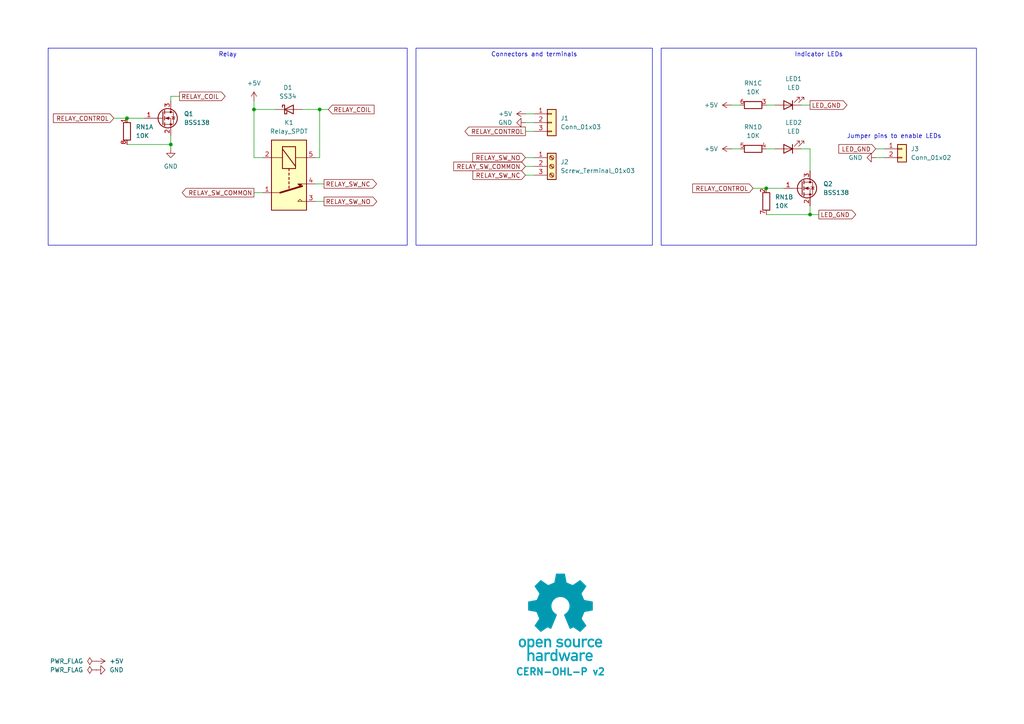
<source format=kicad_sch>
(kicad_sch (version 20231120) (generator "eeschema") (generator_version "8.0")
  (paper "A4")
  (lib_symbols
    (symbol "Connector:Screw_Terminal_01x03" (pin_names (offset 1.016) hide)
      (property "Reference" "J" (at 0 5.08 0))
      (property "Value" "Screw_Terminal_01x03" (at 0 -5.08 0))
      (symbol "Screw_Terminal_01x03_1_1"
        (rectangle (start -1.27 3.81) (end 1.27 -3.81) (stroke (width 0.254)) (fill (type background)))
        (circle (center 0 -2.54) (radius 0.635) (stroke (width 0.1524)))
        (polyline (pts (xy -0.5334 -2.2098) (xy 0.3302 -3.048)) (stroke (width 0.1524)))
        (polyline (pts (xy -0.5334 0.3302) (xy 0.3302 -0.508)) (stroke (width 0.1524)))
        (polyline (pts (xy -0.5334 2.8702) (xy 0.3302 2.032)) (stroke (width 0.1524)))
        (polyline (pts (xy -0.3556 -2.032) (xy 0.508 -2.8702)) (stroke (width 0.1524)))
        (polyline (pts (xy -0.3556 0.508) (xy 0.508 -0.3302)) (stroke (width 0.1524)))
        (polyline (pts (xy -0.3556 3.048) (xy 0.508 2.2098)) (stroke (width 0.1524)))
        (circle (center 0 0) (radius 0.635) (stroke (width 0.1524)))
        (circle (center 0 2.54) (radius 0.635) (stroke (width 0.1524)))
        (pin passive line (at -5.08 2.54 0) (length 3.81) (name "Pin_1") (number "1"))
        (pin passive line (at -5.08 0 0) (length 3.81) (name "Pin_2") (number "2"))
        (pin passive line (at -5.08 -2.54 0) (length 3.81) (name "Pin_3") (number "3"))
      )
    )
    (symbol "Connector_Generic:Conn_01x02" (pin_names (offset 1.016) hide)
      (property "Reference" "J" (at 0 2.54 0))
      (property "Value" "Conn_01x02" (at 0 -5.08 0))
      (symbol "Conn_01x02_1_1"
        (rectangle (start -1.27 -2.413) (end 0 -2.667) (stroke (width 0.1524)))
        (rectangle (start -1.27 0.127) (end 0 -0.127) (stroke (width 0.1524)))
        (rectangle (start -1.27 1.27) (end 1.27 -3.81) (stroke (width 0.254)) (fill (type background)))
        (pin passive line (at -5.08 0 0) (length 3.81) (name "Pin_1") (number "1"))
        (pin passive line (at -5.08 -2.54 0) (length 3.81) (name "Pin_2") (number "2"))
      )
    )
    (symbol "Connector_Generic:Conn_01x03" (pin_names (offset 1.016) hide)
      (property "Reference" "J" (at 0 5.08 0))
      (property "Value" "Conn_01x03" (at 0 -5.08 0))
      (symbol "Conn_01x03_1_1"
        (rectangle (start -1.27 -2.413) (end 0 -2.667) (stroke (width 0.1524)))
        (rectangle (start -1.27 0.127) (end 0 -0.127) (stroke (width 0.1524)))
        (rectangle (start -1.27 2.667) (end 0 2.413) (stroke (width 0.1524)))
        (rectangle (start -1.27 3.81) (end 1.27 -3.81) (stroke (width 0.254)) (fill (type background)))
        (pin passive line (at -5.08 2.54 0) (length 3.81) (name "Pin_1") (number "1"))
        (pin passive line (at -5.08 0 0) (length 3.81) (name "Pin_2") (number "2"))
        (pin passive line (at -5.08 -2.54 0) (length 3.81) (name "Pin_3") (number "3"))
      )
    )
    (symbol "Device:LED" (pin_numbers hide) (pin_names (offset 1.016) hide)
      (property "Reference" "D" (at 0 2.54 0))
      (property "Value" "LED" (at 0 -2.54 0))
      (symbol "LED_0_1"
        (polyline (pts (xy -1.27 -1.27) (xy -1.27 1.27)) (stroke (width 0.254)))
        (polyline (pts (xy -1.27 0) (xy 1.27 0)))
        (polyline (pts (xy 1.27 -1.27) (xy 1.27 1.27) (xy -1.27 0) (xy 1.27 -1.27)) (stroke (width 0.254)))
        (polyline (pts (xy -3.048 -0.762) (xy -4.572 -2.286) (xy -3.81 -2.286) (xy -4.572 -2.286) (xy -4.572 -1.524)))
        (polyline (pts (xy -1.778 -0.762) (xy -3.302 -2.286) (xy -2.54 -2.286) (xy -3.302 -2.286) (xy -3.302 -1.524)))
      )
      (symbol "LED_1_1"
        (pin passive line (at -3.81 0 0) (length 2.54) (name "K") (number "1"))
        (pin passive line (at 3.81 0 180) (length 2.54) (name "A") (number "2"))
      )
    )
    (symbol "Device:R_Pack04_Split" (pin_names (offset 0) hide)
      (property "Reference" "RN" (at 2.032 0 90))
      (property "Value" "R_Pack04_Split" (at 0 0 90))
      (symbol "R_Pack04_Split_0_1"
        (rectangle (start 1.016 2.54) (end -1.016 -2.54) (stroke (width 0.254)))
      )
      (symbol "R_Pack04_Split_1_1"
        (pin passive line (at 0 -3.81 90) (length 1.27) (name "R1.1") (number "1"))
        (pin passive line (at 0 3.81 270) (length 1.27) (name "R1.2") (number "8"))
      )
      (symbol "R_Pack04_Split_2_1"
        (pin passive line (at 0 -3.81 90) (length 1.27) (name "R2.1") (number "2"))
        (pin passive line (at 0 3.81 270) (length 1.27) (name "R2.2") (number "7"))
      )
      (symbol "R_Pack04_Split_3_1"
        (pin passive line (at 0 -3.81 90) (length 1.27) (name "R3.1") (number "3"))
        (pin passive line (at 0 3.81 270) (length 1.27) (name "R3.2") (number "6"))
      )
      (symbol "R_Pack04_Split_4_1"
        (pin passive line (at 0 -3.81 90) (length 1.27) (name "R4.1") (number "4"))
        (pin passive line (at 0 3.81 270) (length 1.27) (name "R4.2") (number "5"))
      )
    )
    (symbol "Diode:SS34" (pin_numbers hide) (pin_names (offset 1.016) hide)
      (property "Reference" "D" (at 0 2.54 0))
      (property "Value" "SS34" (at 0 -2.54 0))
      (symbol "SS34_0_1"
        (polyline (pts (xy 1.27 0) (xy -1.27 0)))
        (polyline (pts (xy 1.27 1.27) (xy 1.27 -1.27) (xy -1.27 0) (xy 1.27 1.27)) (stroke (width 0.254)))
        (polyline (pts (xy -1.905 0.635) (xy -1.905 1.27) (xy -1.27 1.27) (xy -1.27 -1.27) (xy -0.635 -1.27) (xy -0.635 -0.635)) (stroke (width 0.254)))
      )
      (symbol "SS34_1_1"
        (pin passive line (at -3.81 0 0) (length 2.54) (name "K") (number "1"))
        (pin passive line (at 3.81 0 180) (length 2.54) (name "A") (number "2"))
      )
    )
    (symbol "Relay:SANYOU_SRD_Form_C"
      (property "Reference" "K" (at 11.43 3.81 0))
      (property "Value" "SANYOU_SRD_Form_C" (at 11.43 1.27 0))
      (symbol "SANYOU_SRD_Form_C_0_0"
        (polyline (pts (xy 7.62 5.08) (xy 7.62 2.54) (xy 6.985 3.175) (xy 7.62 3.81)))
      )
      (symbol "SANYOU_SRD_Form_C_0_1"
        (rectangle (start -10.16 5.08) (end 10.16 -5.08) (stroke (width 0.254)) (fill (type background)))
        (rectangle (start -8.255 1.905) (end -1.905 -1.905) (stroke (width 0.254)))
        (polyline (pts (xy -7.62 -1.905) (xy -2.54 1.905)) (stroke (width 0.254)))
        (polyline (pts (xy -5.08 -5.08) (xy -5.08 -1.905)))
        (polyline (pts (xy -5.08 5.08) (xy -5.08 1.905)))
        (polyline (pts (xy -1.905 0) (xy -1.27 0)) (stroke (width 0.254)))
        (polyline (pts (xy -0.635 0) (xy 0 0)) (stroke (width 0.254)))
        (polyline (pts (xy 0.635 0) (xy 1.27 0)) (stroke (width 0.254)))
        (polyline (pts (xy 1.905 0) (xy 2.54 0)) (stroke (width 0.254)))
        (polyline (pts (xy 3.175 0) (xy 3.81 0)) (stroke (width 0.254)))
        (polyline (pts (xy 5.08 -2.54) (xy 3.175 3.81)) (stroke (width 0.508)))
        (polyline (pts (xy 5.08 -2.54) (xy 5.08 -5.08)))
      )
      (symbol "SANYOU_SRD_Form_C_1_1"
        (polyline (pts (xy 2.54 3.81) (xy 3.175 3.175) (xy 2.54 2.54) (xy 2.54 5.08)) (fill (type outline)))
        (pin passive line (at 5.08 -7.62 90) (length 2.54) (name "~") (number "1"))
        (pin passive line (at -5.08 -7.62 90) (length 2.54) (name "~") (number "2"))
        (pin passive line (at 7.62 7.62 270) (length 2.54) (name "~") (number "3"))
        (pin passive line (at 2.54 7.62 270) (length 2.54) (name "~") (number "4"))
        (pin passive line (at -5.08 7.62 270) (length 2.54) (name "~") (number "5"))
      )
    )
    (symbol "Transistor_FET:BSS138" (pin_names hide)
      (property "Reference" "Q" (at 5.08 1.905 0))
      (property "Value" "BSS138" (at 5.08 0 0))
      (symbol "BSS138_0_1"
        (polyline (pts (xy 0.254 0) (xy -2.54 0)))
        (polyline (pts (xy 0.254 1.905) (xy 0.254 -1.905)) (stroke (width 0.254)))
        (polyline (pts (xy 0.762 -1.27) (xy 0.762 -2.286)) (stroke (width 0.254)))
        (polyline (pts (xy 0.762 0.508) (xy 0.762 -0.508)) (stroke (width 0.254)))
        (polyline (pts (xy 0.762 2.286) (xy 0.762 1.27)) (stroke (width 0.254)))
        (polyline (pts (xy 2.54 2.54) (xy 2.54 1.778)))
        (polyline (pts (xy 2.54 -2.54) (xy 2.54 0) (xy 0.762 0)))
        (polyline (pts (xy 0.762 -1.778) (xy 3.302 -1.778) (xy 3.302 1.778) (xy 0.762 1.778)))
        (polyline (pts (xy 1.016 0) (xy 2.032 0.381) (xy 2.032 -0.381) (xy 1.016 0)) (fill (type outline)))
        (polyline (pts (xy 2.794 0.508) (xy 2.921 0.381) (xy 3.683 0.381) (xy 3.81 0.254)))
        (polyline (pts (xy 3.302 0.381) (xy 2.921 -0.254) (xy 3.683 -0.254) (xy 3.302 0.381)))
        (circle (center 1.651 0) (radius 2.794) (stroke (width 0.254)))
        (circle (center 2.54 -1.778) (radius 0.254) (fill (type outline)))
        (circle (center 2.54 1.778) (radius 0.254) (fill (type outline)))
      )
      (symbol "BSS138_1_1"
        (pin input line (at -5.08 0 0) (length 2.54) (name "G") (number "1"))
        (pin passive line (at 2.54 -5.08 90) (length 2.54) (name "S") (number "2"))
        (pin passive line (at 2.54 5.08 270) (length 2.54) (name "D") (number "3"))
      )
    )
    (symbol "power:+5V" (power) (pin_numbers hide) (pin_names (offset 0) hide)
      (property "Value" "+5V" (at 0 3.556 0))
      (symbol "+5V_0_1"
        (polyline (pts (xy -0.762 1.27) (xy 0 2.54)))
        (polyline (pts (xy 0 0) (xy 0 2.54)))
        (polyline (pts (xy 0 2.54) (xy 0.762 1.27)))
      )
      (symbol "+5V_1_1"
        (pin power_in line (at 0 0 90) (length 0) (name "~") (number "1"))
      )
    )
    (symbol "power:GND" (power) (pin_numbers hide) (pin_names (offset 0) hide)
      (property "Value" "GND" (at 0 -3.81 0))
      (symbol "GND_0_1"
        (polyline (pts (xy 0 0) (xy 0 -1.27) (xy 1.27 -1.27) (xy 0 -2.54) (xy -1.27 -1.27) (xy 0 -1.27)))
      )
      (symbol "GND_1_1"
        (pin power_in line (at 0 0 270) (length 0) (name "~") (number "1"))
      )
    )
    (symbol "power:PWR_FLAG" (power) (pin_numbers hide) (pin_names (offset 0) hide)
      (property "Value" "PWR_FLAG" (at 0 3.81 0))
      (symbol "PWR_FLAG_0_0"
        (pin power_out line (at 0 0 90) (length 0) (name "~") (number "1"))
      )
      (symbol "PWR_FLAG_0_1"
        (polyline (pts (xy 0 0) (xy 0 1.27) (xy -1.016 1.905) (xy 0 2.54) (xy 1.016 1.905) (xy 0 1.27)))
      )
    )
    (symbol "power:VCC" (power) (pin_numbers hide) (pin_names (offset 0) hide)
      (property "Value" "VCC" (at 0 3.556 0))
      (symbol "VCC_0_1"
        (polyline (pts (xy -0.762 1.27) (xy 0 2.54)))
        (polyline (pts (xy 0 0) (xy 0 2.54)))
        (polyline (pts (xy 0 2.54) (xy 0.762 1.27)))
      )
      (symbol "VCC_1_1"
        (pin power_in line (at 0 0 90) (length 0) (name "~") (number "1"))
      )
    )
  )
  (junction (at 234.95 62.23))
  (junction (at 222.25 54.61))
  (junction (at 36.83 34.29))
  (junction (at 73.66 31.75))
  (junction (at 92.71 31.75))
  (junction (at 49.53 41.91))
  (wire (pts (xy 87.63 31.75) (xy 92.71 31.75)))
  (wire (pts (xy 91.44 53.34) (xy 93.98 53.34)))
  (wire (pts (xy 92.71 31.75) (xy 92.71 45.72)))
  (wire (pts (xy 222.25 30.48) (xy 224.79 30.48)))
  (wire (pts (xy 234.95 62.23) (xy 237.49 62.23)))
  (wire (pts (xy 154.94 35.56) (xy 152.4 35.56)))
  (wire (pts (xy 152.4 45.72) (xy 154.94 45.72)))
  (wire (pts (xy 218.44 54.61) (xy 222.25 54.61)))
  (wire (pts (xy 234.95 62.23) (xy 234.95 59.69)))
  (wire (pts (xy 33.02 34.29) (xy 36.83 34.29)))
  (wire (pts (xy 73.66 55.88) (xy 76.2 55.88)))
  (wire (pts (xy 49.53 41.91) (xy 49.53 39.37)))
  (wire (pts (xy 222.25 62.23) (xy 234.95 62.23)))
  (wire (pts (xy 93.98 58.42) (xy 91.44 58.42)))
  (wire (pts (xy 254 43.18) (xy 256.54 43.18)))
  (wire (pts (xy 73.66 31.75) (xy 80.01 31.75)))
  (wire (pts (xy 234.95 30.48) (xy 232.41 30.48)))
  (wire (pts (xy 254 45.72) (xy 256.54 45.72)))
  (wire (pts (xy 92.71 31.75) (xy 95.25 31.75)))
  (wire (pts (xy 73.66 29.21) (xy 73.66 31.75)))
  (wire (pts (xy 36.83 41.91) (xy 49.53 41.91)))
  (wire (pts (xy 73.66 45.72) (xy 73.66 31.75)))
  (wire (pts (xy 154.94 33.02) (xy 152.4 33.02)))
  (wire (pts (xy 152.4 50.8) (xy 154.94 50.8)))
  (wire (pts (xy 212.09 43.18) (xy 214.63 43.18)))
  (wire (pts (xy 49.53 43.18) (xy 49.53 41.91)))
  (wire (pts (xy 152.4 48.26) (xy 154.94 48.26)))
  (wire (pts (xy 212.09 30.48) (xy 214.63 30.48)))
  (wire (pts (xy 234.95 43.18) (xy 234.95 49.53)))
  (wire (pts (xy 232.41 43.18) (xy 234.95 43.18)))
  (wire (pts (xy 49.53 27.94) (xy 49.53 29.21)))
  (wire (pts (xy 92.71 45.72) (xy 91.44 45.72)))
  (wire (pts (xy 222.25 54.61) (xy 227.33 54.61)))
  (wire (pts (xy 52.07 27.94) (xy 49.53 27.94)))
  (wire (pts (xy 222.25 43.18) (xy 224.79 43.18)))
  (wire (pts (xy 76.2 45.72) (xy 73.66 45.72)))
  (wire (pts (xy 154.94 38.1) (xy 152.4 38.1)))
  (wire (pts (xy 36.83 34.29) (xy 41.91 34.29)))
  (image (at 162.56 179.07) (scale 0.37481))
  (text_box "Indicator LEDs" (at 191.77 13.97 0) (size 91.44 57.15) (effects (font (size 1.27 1.27)) (justify top)))
  (text_box "Relay" (at 13.97 13.97 0) (size 104.14 57.15) (effects (font (size 1.27 1.27)) (justify top)))
  (text_box "Connectors and terminals" (at 120.65 13.97 0) (size 68.58 57.15) (effects (font (size 1.27 1.27)) (justify top)))
  (text "CERN-OHL-P v2" (at 162.56 195.072 0) (effects (font (size 2 2) (thickness 0.4) (bold yes))))
  (text "Jumper pins to enable LEDs" (at 259.334 39.624 0) (effects (font (size 1.27 1.27))))
  (global_label "RELAY_CONTROL" (shape output) (at 152.4 38.1 180) (property "Intersheetrefs" "${INTERSHEET_REFS}" (effects (hide yes))))
  (global_label "RELAY_SW_NO" (shape input) (at 152.4 45.72 180) (property "Intersheetrefs" "${INTERSHEET_REFS}" (effects (hide yes))))
  (global_label "RELAY_CONTROL" (shape input) (at 33.02 34.29 180) (property "Intersheetrefs" "${INTERSHEET_REFS}" (effects (hide yes))))
  (global_label "RELAY_SW_NO" (shape output) (at 93.98 58.42 0) (property "Intersheetrefs" "${INTERSHEET_REFS}" (effects (hide yes))))
  (global_label "RELAY_CONTROL" (shape input) (at 218.44 54.61 180) (property "Intersheetrefs" "${INTERSHEET_REFS}" (effects (hide yes))))
  (global_label "LED_GND" (shape input) (at 254 43.18 180) (property "Intersheetrefs" "${INTERSHEET_REFS}" (effects (hide yes))))
  (global_label "RELAY_COIL" (shape output) (at 52.07 27.94 0) (property "Intersheetrefs" "${INTERSHEET_REFS}" (effects (hide yes))))
  (global_label "RELAY_SW_NC" (shape input) (at 152.4 50.8 180) (property "Intersheetrefs" "${INTERSHEET_REFS}" (effects (hide yes))))
  (global_label "RELAY_SW_NC" (shape output) (at 93.98 53.34 0) (property "Intersheetrefs" "${INTERSHEET_REFS}" (effects (hide yes))))
  (global_label "RELAY_SW_COMMON" (shape output) (at 73.66 55.88 180) (property "Intersheetrefs" "${INTERSHEET_REFS}" (effects (hide yes))))
  (global_label "LED_GND" (shape output) (at 234.95 30.48 0) (property "Intersheetrefs" "${INTERSHEET_REFS}" (effects (hide yes))))
  (global_label "LED_GND" (shape output) (at 237.49 62.23 0) (property "Intersheetrefs" "${INTERSHEET_REFS}" (effects (hide yes))))
  (global_label "RELAY_COIL" (shape input) (at 95.25 31.75 0) (property "Intersheetrefs" "${INTERSHEET_REFS}" (effects (hide yes))))
  (global_label "RELAY_SW_COMMON" (shape input) (at 152.4 48.26 180) (property "Intersheetrefs" "${INTERSHEET_REFS}" (effects (hide yes))))
  (symbol (lib_id "Device:LED") (at 228.6 43.18 180) (unit 1)
    (property "Reference" "LED2" (at 230.1875 35.56 0))
    (property "Value" "LED" (at 230.1875 38.1 0))
    (property "Footprint" "custom:LED_0805_2012Metric_Pad1.15x1.40mm_HandSolder_simple" (effects (hide yes)))
    (property "Description" "Light emitting diode" (effects (hide yes)))
  )
  (symbol (lib_id "power:GND") (at 254 45.72 270) (unit 1)
    (property "Reference" "#PWR07" (effects (hide yes)))
    (property "Value" "GND" (at 250.19 45.7199 90) (effects (justify right)))
    (property "Description" "Power symbol creates a global label with name \"GND\" , ground" (effects (hide yes)))
  )
  (symbol (lib_id "Diode:SS34") (at 83.82 31.75 0) (unit 1)
    (property "Reference" "D1" (at 83.5025 25.4 0))
    (property "Value" "SS34" (at 83.5025 27.94 0))
    (property "Footprint" "custom:D_SMA_simple" (effects (hide yes)))
    (property "Datasheet" "https://www.vishay.com/docs/88751/ss32.pdf" (effects (hide yes)))
    (property "Description" "40V 3A Schottky Diode, SMA" (effects (hide yes)))
  )
  (symbol (lib_id "Transistor_FET:BSS138") (at 232.41 54.61 0) (unit 1)
    (property "Reference" "Q2" (at 238.76 53.3399 0) (effects (justify left)))
    (property "Value" "BSS138" (at 238.76 55.8799 0) (effects (justify left)))
    (property "Footprint" "Package_TO_SOT_SMD:SOT-23" (effects (hide yes)))
    (property "Datasheet" "https://www.onsemi.com/pub/Collateral/BSS138-D.PDF" (effects (hide yes)))
    (property "Description" "50V Vds, 0.22A Id, N-Channel MOSFET, SOT-23" (effects (hide yes)))
  )
  (symbol (lib_id "Device:LED") (at 228.6 30.48 180) (unit 1)
    (property "Reference" "LED1" (at 230.1875 22.86 0))
    (property "Value" "LED" (at 230.1875 25.4 0))
    (property "Footprint" "custom:LED_0805_2012Metric_Pad1.15x1.40mm_HandSolder_simple" (effects (hide yes)))
    (property "Description" "Light emitting diode" (effects (hide yes)))
  )
  (symbol (lib_id "power:VCC") (at 27.94 191.77 270) (unit 1)
    (property "Reference" "#PWR01" (effects (hide yes)))
    (property "Value" "+5V" (at 31.75 191.7699 90) (effects (justify left)))
    (property "Description" "Power symbol creates a global label with name \"VCC\"" (effects (hide yes)))
  )
  (symbol (lib_id "Device:R_Pack04_Split") (at 218.44 30.48 90) (unit 3)
    (property "Reference" "RN1" (at 218.44 24.13 90))
    (property "Value" "10K" (at 218.44 26.67 90))
    (property "Footprint" "Resistor_SMD:R_Array_Convex_4x0603" (effects (hide yes)))
    (property "Description" "4 resistor network, parallel topology, split" (effects (hide yes)))
  )
  (symbol (lib_id "Device:R_Pack04_Split") (at 222.25 58.42 180) (unit 2)
    (property "Reference" "RN1" (at 224.79 57.1499 0) (effects (justify right)))
    (property "Value" "10K" (at 224.79 59.6899 0) (effects (justify right)))
    (property "Footprint" "Resistor_SMD:R_Array_Convex_4x0603" (effects (hide yes)))
    (property "Description" "4 resistor network, parallel topology, split" (effects (hide yes)))
  )
  (symbol (lib_id "Connector_Generic:Conn_01x03") (at 160.02 35.56 0) (unit 1)
    (property "Reference" "J1" (at 162.56 34.2899 0) (effects (justify left)))
    (property "Value" "Conn_01x03" (at 162.56 36.8299 0) (effects (justify left)))
    (property "Footprint" "custom:JST_XH_S3B-XH_1x03_P2.50mm_Horizontal_pad2gnd" (effects (hide yes)))
    (property "Description" "Generic connector, single row, 01x03, script generated (kicad-library-utils/schlib/autogen/connector/)" (effects (hide yes)))
  )
  (symbol (lib_id "power:GND") (at 27.94 194.31 90) (unit 1)
    (property "Reference" "#PWR02" (effects (hide yes)))
    (property "Value" "GND" (at 31.75 194.3099 90) (effects (justify right)))
    (property "Description" "Power symbol creates a global label with name \"GND\" , ground" (effects (hide yes)))
  )
  (symbol (lib_id "power:+5V") (at 73.66 29.21 0) (unit 1)
    (property "Reference" "#PWR04" (effects (hide yes)))
    (property "Value" "+5V" (at 73.66 24.13 0))
    (property "Description" "Power symbol creates a global label with name \"+5V\"" (effects (hide yes)))
  )
  (symbol (lib_id "power:GND") (at 49.53 43.18 0) (unit 1)
    (property "Reference" "#PWR03" (effects (hide yes)))
    (property "Value" "GND" (at 49.53 48.26 0))
    (property "Description" "Power symbol creates a global label with name \"GND\" , ground" (effects (hide yes)))
  )
  (symbol (lib_id "Transistor_FET:BSS138") (at 46.99 34.29 0) (unit 1)
    (property "Reference" "Q1" (at 53.34 33.0199 0) (effects (justify left)))
    (property "Value" "BSS138" (at 53.34 35.5599 0) (effects (justify left)))
    (property "Footprint" "Package_TO_SOT_SMD:SOT-23" (effects (hide yes)))
    (property "Datasheet" "https://www.onsemi.com/pub/Collateral/BSS138-D.PDF" (effects (hide yes)))
    (property "Description" "50V Vds, 0.22A Id, N-Channel MOSFET, SOT-23" (effects (hide yes)))
  )
  (symbol (lib_id "Relay:SANYOU_SRD_Form_C") (at 83.82 50.8 270) (unit 1)
    (property "Reference" "K1" (at 83.82 35.56 90))
    (property "Value" "Relay_SPDT" (at 83.82 38.1 90))
    (property "Footprint" "Relay_THT:Relay_SPDT_SANYOU_SRD_Series_Form_C" (effects (hide yes)))
    (property "Datasheet" "http://www.sanyourelay.ca/public/products/pdf/SRD.pdf" (effects (hide yes)))
    (property "Description" "Sanyo SRD relay, Single Pole Miniature Power Relay," (effects (hide yes)))
  )
  (symbol (lib_id "power:PWR_FLAG") (at 27.94 191.77 90) (unit 1)
    (property "Reference" "#FLG01" (effects (hide yes)))
    (property "Value" "PWR_FLAG" (at 24.13 191.7699 90) (effects (justify left)))
    (property "Description" "Special symbol for telling ERC where power comes from" (effects (hide yes)))
  )
  (symbol (lib_id "power:+5V") (at 152.4 33.02 90) (unit 1)
    (property "Reference" "#PWR05" (effects (hide yes)))
    (property "Value" "+5V" (at 148.59 33.0199 90) (effects (justify left)))
    (property "Description" "Power symbol creates a global label with name \"+5V\"" (effects (hide yes)))
  )
  (symbol (lib_id "power:GND") (at 152.4 35.56 270) (mirror x) (unit 1)
    (property "Reference" "#PWR06" (effects (hide yes)))
    (property "Value" "GND" (at 148.59 35.5599 90) (effects (justify right)))
    (property "Description" "Power symbol creates a global label with name \"GND\" , ground" (effects (hide yes)))
  )
  (symbol (lib_id "Device:R_Pack04_Split") (at 36.83 38.1 180) (unit 1)
    (property "Reference" "RN1" (at 39.37 36.8299 0) (effects (justify right)))
    (property "Value" "10K" (at 39.37 39.3699 0) (effects (justify right)))
    (property "Footprint" "Resistor_SMD:R_Array_Convex_4x0603" (effects (hide yes)))
    (property "Description" "4 resistor network, parallel topology, split" (effects (hide yes)))
  )
  (symbol (lib_id "power:PWR_FLAG") (at 27.94 194.31 90) (unit 1)
    (property "Reference" "#FLG02" (effects (hide yes)))
    (property "Value" "PWR_FLAG" (at 24.13 194.3099 90) (effects (justify left)))
    (property "Description" "Special symbol for telling ERC where power comes from" (effects (hide yes)))
  )
  (symbol (lib_id "Connector_Generic:Conn_01x02") (at 261.62 43.18 0) (unit 1)
    (property "Reference" "J3" (at 264.16 43.1799 0) (effects (justify left)))
    (property "Value" "Conn_01x02" (at 264.16 45.7199 0) (effects (justify left)))
    (property "Footprint" "custom:PinHeader_1x02_P2.54mm_Vertical_simple" (effects (hide yes)))
    (property "Description" "Generic connector, single row, 01x02, script generated (kicad-library-utils/schlib/autogen/connector/)" (effects (hide yes)))
  )
  (symbol (lib_id "Device:R_Pack04_Split") (at 218.44 43.18 90) (unit 4)
    (property "Reference" "RN1" (at 218.44 36.83 90))
    (property "Value" "10K" (at 218.44 39.37 90))
    (property "Footprint" "Resistor_SMD:R_Array_Convex_4x0603" (effects (hide yes)))
    (property "Description" "4 resistor network, parallel topology, split" (effects (hide yes)))
  )
  (symbol (lib_id "power:+5V") (at 212.09 30.48 90) (unit 1)
    (property "Reference" "#PWR09" (effects (hide yes)))
    (property "Value" "+5V" (at 208.28 30.4799 90) (effects (justify left)))
    (property "Description" "Power symbol creates a global label with name \"+5V\"" (effects (hide yes)))
  )
  (symbol (lib_id "power:+5V") (at 212.09 43.18 90) (unit 1)
    (property "Reference" "#PWR08" (effects (hide yes)))
    (property "Value" "+5V" (at 208.28 43.1799 90) (effects (justify left)))
    (property "Description" "Power symbol creates a global label with name \"+5V\"" (effects (hide yes)))
  )
  (symbol (lib_id "Connector:Screw_Terminal_01x03") (at 160.02 48.26 0) (unit 1)
    (property "Reference" "J2" (at 162.56 46.9899 0) (effects (justify left)))
    (property "Value" "Screw_Terminal_01x03" (at 162.56 49.5299 0) (effects (justify left)))
    (property "Footprint" "custom:TerminalBlock_Phoenix_MKDS-1,5-3_1x03_P5.00mm_Horizontal_simple" (effects (hide yes)))
    (property "Description" "Generic screw terminal, single row, 01x03, script generated (kicad-library-utils/schlib/autogen/connector/)" (effects (hide yes)))
  )
)
</source>
